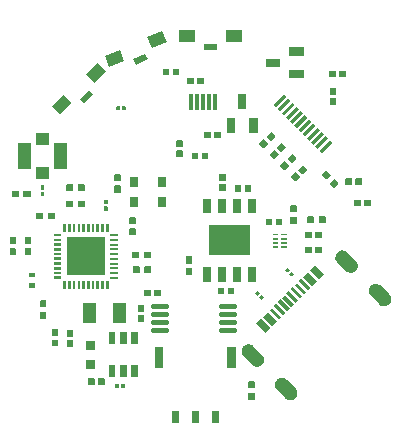
<source format=gbp>
G04 Layer: BottomPasteMaskLayer*
G04 EasyEDA v6.5.5, 2022-05-23 17:46:57*
G04 b170b76dcbfd4e769ccdd405e25ecab7,c17a8ced473b4d519dda31697e0e54b6,10*
G04 Gerber Generator version 0.2*
G04 Scale: 100 percent, Rotated: No, Reflected: No *
G04 Dimensions in inches *
G04 leading zeros omitted , absolute positions ,3 integer and 6 decimal *
%FSLAX36Y36*%
%MOIN*%

%ADD52C,0.0157*%
%ADD53R,0.0315X0.0355*%
%ADD66R,0.0262X0.0088*%
%ADD68R,0.1309X0.1309*%

%LPD*%
G36*
X-204940Y-192700D02*
G01*
X-206500Y-194280D01*
X-206500Y-213980D01*
X-204940Y-215560D01*
X-186820Y-215560D01*
X-185240Y-213980D01*
X-185240Y-194280D01*
X-186820Y-192700D01*
G37*
G36*
X-204940Y-226180D02*
G01*
X-206500Y-227760D01*
X-206500Y-247480D01*
X-204940Y-249040D01*
X-186820Y-249040D01*
X-185240Y-247480D01*
X-185240Y-227760D01*
X-186820Y-226180D01*
G37*
G36*
X-254740Y-225180D02*
G01*
X-256320Y-226759D01*
X-256320Y-246480D01*
X-254740Y-248039D01*
X-236620Y-248039D01*
X-235060Y-246480D01*
X-235060Y-226759D01*
X-236620Y-225180D01*
G37*
G36*
X-254740Y-191700D02*
G01*
X-256320Y-193280D01*
X-256320Y-212979D01*
X-254740Y-214560D01*
X-236620Y-214560D01*
X-235060Y-212979D01*
X-235060Y-193280D01*
X-236620Y-191700D01*
G37*
G36*
X541300Y1480D02*
G01*
X533620Y-6200D01*
X533620Y-7540D01*
X540960Y-14880D01*
X542300Y-14880D01*
X549980Y-7200D01*
X549980Y-5860D01*
X542640Y1480D01*
G37*
G36*
X528100Y14680D02*
G01*
X520420Y7000D01*
X520420Y5659D01*
X527760Y-1680D01*
X529100Y-1680D01*
X536780Y6000D01*
X536780Y7340D01*
X529440Y14680D01*
G37*
G36*
X428600Y-62420D02*
G01*
X420920Y-70100D01*
X420920Y-71440D01*
X428260Y-78780D01*
X429600Y-78780D01*
X437280Y-71100D01*
X437280Y-69760D01*
X429940Y-62420D01*
G37*
G36*
X441800Y-75620D02*
G01*
X434120Y-83300D01*
X434120Y-84640D01*
X441460Y-91980D01*
X442800Y-91980D01*
X450480Y-84300D01*
X450480Y-82960D01*
X443140Y-75620D01*
G37*
G36*
X31040Y-142820D02*
G01*
X29480Y-144400D01*
X29480Y-164100D01*
X31040Y-165680D01*
X49160Y-165680D01*
X50740Y-164100D01*
X50740Y-144400D01*
X49160Y-142820D01*
G37*
G36*
X31040Y-109320D02*
G01*
X29480Y-110900D01*
X29480Y-130620D01*
X31040Y-132180D01*
X49160Y-132180D01*
X50740Y-130620D01*
X50740Y-110900D01*
X49160Y-109320D01*
G37*
G36*
X574640Y-21460D02*
G01*
X566300Y-29800D01*
X596920Y-60420D01*
X605260Y-52080D01*
G37*
G36*
X560780Y-35320D02*
G01*
X552360Y-43740D01*
X582980Y-74360D01*
X591400Y-65940D01*
G37*
G36*
X546860Y-49240D02*
G01*
X538500Y-57600D01*
X569120Y-88219D01*
X577480Y-79860D01*
G37*
G36*
X532920Y-63179D02*
G01*
X524580Y-71520D01*
X555200Y-102140D01*
X563540Y-93800D01*
G37*
G36*
X519000Y-77100D02*
G01*
X510640Y-85460D01*
X541260Y-116080D01*
X549620Y-107720D01*
G37*
G36*
X505060Y-91039D02*
G01*
X496719Y-99380D01*
X527340Y-130000D01*
X535680Y-121660D01*
G37*
G36*
X491140Y-104960D02*
G01*
X482780Y-113320D01*
X513400Y-143940D01*
X521760Y-135580D01*
G37*
G36*
X477200Y-118900D02*
G01*
X468860Y-127240D01*
X499480Y-157860D01*
X507819Y-149520D01*
G37*
G36*
X619140Y23120D02*
G01*
X602380Y6360D01*
X633080Y-24360D01*
X649840Y-7580D01*
G37*
G36*
X596860Y840D02*
G01*
X580100Y-15920D01*
X610800Y-46640D01*
X627580Y-29860D01*
G37*
G36*
X463260Y-132760D02*
G01*
X446500Y-149540D01*
X477200Y-180240D01*
X493960Y-163480D01*
G37*
G36*
X441019Y-155000D02*
G01*
X424260Y-171759D01*
X454960Y-202480D01*
X471719Y-185700D01*
G37*
G36*
X510600Y-352080D02*
G01*
X507800Y-352200D01*
X505040Y-352660D01*
X503680Y-353000D01*
X501040Y-353940D01*
X498540Y-355180D01*
X496180Y-356700D01*
X494040Y-358500D01*
X492120Y-360540D01*
X490460Y-362780D01*
X489720Y-363980D01*
X488480Y-366500D01*
X487560Y-369140D01*
X487200Y-370480D01*
X486740Y-373240D01*
X486620Y-376040D01*
X486840Y-378840D01*
X487360Y-381580D01*
X488220Y-384240D01*
X489380Y-386800D01*
X490840Y-389180D01*
X492580Y-391380D01*
X521380Y-420240D01*
X523480Y-422080D01*
X525780Y-423660D01*
X528240Y-424960D01*
X530840Y-425959D01*
X533540Y-426640D01*
X536320Y-427000D01*
X539100Y-427040D01*
X541880Y-426740D01*
X544600Y-426120D01*
X547220Y-425180D01*
X549720Y-423940D01*
X552060Y-422420D01*
X554180Y-420620D01*
X556100Y-418600D01*
X557760Y-416360D01*
X559140Y-413940D01*
X560240Y-411360D01*
X561020Y-408700D01*
X561480Y-405940D01*
X561600Y-403160D01*
X561400Y-400379D01*
X560880Y-397640D01*
X560040Y-394980D01*
X558900Y-392440D01*
X557440Y-390060D01*
X555740Y-387860D01*
X526940Y-359000D01*
X524860Y-357140D01*
X522560Y-355540D01*
X520080Y-354219D01*
X517480Y-353200D01*
X514760Y-352500D01*
X512000Y-352140D01*
G37*
G36*
X399260Y-240820D02*
G01*
X396480Y-240940D01*
X393720Y-241400D01*
X391060Y-242180D01*
X388480Y-243280D01*
X386060Y-244660D01*
X383820Y-246320D01*
X381800Y-248240D01*
X380000Y-250380D01*
X378480Y-252700D01*
X377239Y-255200D01*
X376300Y-257840D01*
X375680Y-260539D01*
X375379Y-263320D01*
X375420Y-266120D01*
X375780Y-268880D01*
X376460Y-271580D01*
X377460Y-274180D01*
X378760Y-276660D01*
X380340Y-278940D01*
X382180Y-281040D01*
X411040Y-309840D01*
X413240Y-311580D01*
X415620Y-313040D01*
X418180Y-314200D01*
X420840Y-315060D01*
X423579Y-315600D01*
X426380Y-315800D01*
X429180Y-315680D01*
X431940Y-315220D01*
X433300Y-314880D01*
X435920Y-313940D01*
X438440Y-312700D01*
X440780Y-311160D01*
X442920Y-309380D01*
X444840Y-307340D01*
X446520Y-305080D01*
X447900Y-302660D01*
X449000Y-300080D01*
X449760Y-297380D01*
X450040Y-296020D01*
X450319Y-293220D01*
X450280Y-290440D01*
X449920Y-287660D01*
X449219Y-284940D01*
X448200Y-282340D01*
X446880Y-279860D01*
X445280Y-277560D01*
X443440Y-275480D01*
X414580Y-246680D01*
X412380Y-244980D01*
X409980Y-243540D01*
X407440Y-242380D01*
X404780Y-241540D01*
X402040Y-241020D01*
G37*
G36*
X823500Y-39180D02*
G01*
X820699Y-39300D01*
X817940Y-39760D01*
X815240Y-40519D01*
X812680Y-41620D01*
X810240Y-43000D01*
X808000Y-44680D01*
X806940Y-45599D01*
X805020Y-47640D01*
X803360Y-49880D01*
X802620Y-51080D01*
X801380Y-53600D01*
X800460Y-56220D01*
X800100Y-57580D01*
X799640Y-60340D01*
X799520Y-63140D01*
X799740Y-65940D01*
X800260Y-68680D01*
X801120Y-71340D01*
X802300Y-73880D01*
X803740Y-76280D01*
X805480Y-78480D01*
X834280Y-107340D01*
X836380Y-109200D01*
X838680Y-110800D01*
X841140Y-112100D01*
X842440Y-112660D01*
X845100Y-113500D01*
X846460Y-113820D01*
X849240Y-114179D01*
X852039Y-114240D01*
X854820Y-113940D01*
X856200Y-113680D01*
X858880Y-112899D01*
X861460Y-111800D01*
X863880Y-110420D01*
X866140Y-108760D01*
X868180Y-106840D01*
X869980Y-104680D01*
X871500Y-102340D01*
X872740Y-99840D01*
X873680Y-97200D01*
X874300Y-94460D01*
X874580Y-91679D01*
X874539Y-88880D01*
X874160Y-86100D01*
X873480Y-83400D01*
X872460Y-80780D01*
X871140Y-78320D01*
X869539Y-76020D01*
X867680Y-73920D01*
X838840Y-45119D01*
X836640Y-43400D01*
X834240Y-41940D01*
X831700Y-40780D01*
X830380Y-40300D01*
X827660Y-39600D01*
X824900Y-39240D01*
G37*
G36*
X712140Y72160D02*
G01*
X710740Y72140D01*
X707960Y71840D01*
X705240Y71220D01*
X702600Y70280D01*
X700100Y69040D01*
X697760Y67520D01*
X695620Y65720D01*
X694620Y64740D01*
X692840Y62600D01*
X691300Y60240D01*
X690060Y57740D01*
X689140Y55119D01*
X688780Y53760D01*
X688319Y51000D01*
X688199Y48200D01*
X688400Y45420D01*
X688620Y44040D01*
X689320Y41320D01*
X689780Y40000D01*
X690939Y37460D01*
X692400Y35080D01*
X694120Y32880D01*
X722920Y4020D01*
X725020Y2180D01*
X727320Y600D01*
X729780Y-700D01*
X732400Y-1700D01*
X735100Y-2380D01*
X737860Y-2740D01*
X740639Y-2780D01*
X743420Y-2480D01*
X746140Y-1860D01*
X747460Y-1440D01*
X750040Y-340D01*
X752460Y1040D01*
X754700Y2700D01*
X756720Y4620D01*
X758520Y6760D01*
X760040Y9100D01*
X761280Y11580D01*
X762220Y14220D01*
X762840Y16940D01*
X763120Y19700D01*
X763100Y22500D01*
X762740Y25259D01*
X762440Y26620D01*
X761580Y29280D01*
X760440Y31820D01*
X759000Y34200D01*
X758180Y35340D01*
X756340Y37420D01*
X727480Y66220D01*
X725280Y67940D01*
X724100Y68720D01*
X721640Y70020D01*
X719020Y71020D01*
X717680Y71420D01*
X714940Y71940D01*
G37*
G36*
X330700Y-53680D02*
G01*
X329120Y-55240D01*
X329120Y-73360D01*
X330700Y-74940D01*
X350400Y-74940D01*
X351980Y-73360D01*
X351980Y-55240D01*
X350400Y-53680D01*
G37*
G36*
X297200Y-53680D02*
G01*
X295620Y-55240D01*
X295620Y-73360D01*
X297200Y-74940D01*
X316900Y-74940D01*
X318480Y-73360D01*
X318480Y-55240D01*
X316900Y-53680D01*
G37*
G36*
X2540Y183200D02*
G01*
X580Y181240D01*
X580Y162340D01*
X2540Y159580D01*
X20259Y159580D01*
X22220Y162340D01*
X22220Y181240D01*
X20259Y183200D01*
G37*
G36*
X2540Y145420D02*
G01*
X580Y142660D01*
X580Y123760D01*
X2540Y121800D01*
X20259Y121800D01*
X22220Y123760D01*
X22220Y142660D01*
X20259Y145420D01*
G37*
G36*
X160159Y438500D02*
G01*
X158600Y436920D01*
X158600Y417220D01*
X160159Y415640D01*
X178280Y415640D01*
X179840Y417220D01*
X179840Y436920D01*
X178280Y438500D01*
G37*
G36*
X160159Y405020D02*
G01*
X158600Y403440D01*
X158600Y383720D01*
X160159Y382160D01*
X178280Y382160D01*
X179840Y383720D01*
X179840Y403440D01*
X178280Y405020D01*
G37*
G36*
X210420Y397760D02*
G01*
X208840Y396180D01*
X208840Y378080D01*
X210420Y376500D01*
X230120Y376500D01*
X231700Y378080D01*
X231700Y396180D01*
X230120Y397760D01*
G37*
G36*
X243900Y397760D02*
G01*
X242340Y396180D01*
X242340Y378080D01*
X243900Y376500D01*
X263620Y376500D01*
X265200Y378080D01*
X265200Y396180D01*
X263620Y397760D01*
G37*
G36*
X555480Y332800D02*
G01*
X541300Y319100D01*
X541260Y316880D01*
X553840Y303840D01*
X556060Y303800D01*
X570240Y317500D01*
X570280Y319720D01*
X557700Y332760D01*
G37*
G36*
X579580Y356060D02*
G01*
X565400Y342360D01*
X565360Y340140D01*
X577940Y327100D01*
X580160Y327060D01*
X594340Y340760D01*
X594380Y342980D01*
X581800Y356019D01*
G37*
G36*
X-25860Y-373020D02*
G01*
X-26820Y-373960D01*
X-26820Y-384840D01*
X-25860Y-385780D01*
X-15460Y-385780D01*
X-14520Y-384840D01*
X-14520Y-373960D01*
X-15460Y-373020D01*
G37*
G36*
X-44540Y-373020D02*
G01*
X-45480Y-373960D01*
X-45480Y-384840D01*
X-44540Y-385780D01*
X-34140Y-385780D01*
X-33180Y-384840D01*
X-33180Y-373960D01*
X-34140Y-373020D01*
G37*
G36*
X682120Y309660D02*
G01*
X668960Y297800D01*
X669340Y294440D01*
X681979Y280400D01*
X684760Y280260D01*
X697940Y292100D01*
X698080Y294880D01*
X685440Y308920D01*
G37*
G36*
X656840Y337740D02*
G01*
X643680Y325900D01*
X643520Y323120D01*
X656160Y309060D01*
X659479Y308340D01*
X672640Y320200D01*
X672260Y323560D01*
X659620Y337600D01*
G37*
G36*
X191360Y51540D02*
G01*
X189400Y49580D01*
X189400Y30680D01*
X191360Y27919D01*
X209080Y27919D01*
X211040Y30680D01*
X211040Y49580D01*
X209080Y51540D01*
G37*
G36*
X191360Y13740D02*
G01*
X189400Y10980D01*
X189400Y-7900D01*
X191360Y-9880D01*
X209080Y-9880D01*
X211040Y-7900D01*
X211040Y10980D01*
X209080Y13740D01*
G37*
G36*
X-168240Y237560D02*
G01*
X-171000Y235580D01*
X-171000Y217880D01*
X-168240Y215900D01*
X-149340Y215900D01*
X-147380Y217880D01*
X-147380Y235580D01*
X-149340Y237560D01*
G37*
G36*
X-206820Y237560D02*
G01*
X-208780Y235580D01*
X-208780Y217880D01*
X-206820Y215900D01*
X-187920Y215900D01*
X-185159Y217880D01*
X-185159Y235580D01*
X-187920Y237560D01*
G37*
G36*
X-268240Y197560D02*
G01*
X-271000Y195580D01*
X-271000Y177880D01*
X-268240Y175900D01*
X-249340Y175900D01*
X-247380Y177880D01*
X-247380Y195580D01*
X-249340Y197560D01*
G37*
G36*
X-306820Y197560D02*
G01*
X-308780Y195580D01*
X-308780Y177880D01*
X-306820Y175900D01*
X-287920Y175900D01*
X-285160Y177880D01*
X-285160Y195580D01*
X-287920Y197560D01*
G37*
G36*
X-345640Y79340D02*
G01*
X-347600Y76580D01*
X-347600Y57680D01*
X-345640Y55720D01*
X-327920Y55720D01*
X-325959Y57680D01*
X-325959Y76580D01*
X-327920Y79340D01*
G37*
G36*
X-345640Y117140D02*
G01*
X-347600Y115160D01*
X-347600Y96280D01*
X-345640Y93520D01*
X-327920Y93520D01*
X-325959Y96280D01*
X-325959Y115160D01*
X-327920Y117140D01*
G37*
G36*
X-47560Y326000D02*
G01*
X-49520Y324040D01*
X-49520Y305140D01*
X-47560Y302380D01*
X-29840Y302380D01*
X-27879Y305140D01*
X-27879Y324040D01*
X-29840Y326000D01*
G37*
G36*
X-47560Y288220D02*
G01*
X-49520Y285460D01*
X-49520Y266560D01*
X-47560Y264600D01*
X-29840Y264600D01*
X-27879Y266560D01*
X-27879Y285460D01*
X-29840Y288220D01*
G37*
G36*
X-294440Y-132360D02*
G01*
X-296400Y-135120D01*
X-296400Y-154020D01*
X-294440Y-155980D01*
X-276720Y-155980D01*
X-274760Y-154020D01*
X-274760Y-135120D01*
X-276720Y-132360D01*
G37*
G36*
X-294440Y-94560D02*
G01*
X-296400Y-96540D01*
X-296400Y-115420D01*
X-294440Y-118180D01*
X-276720Y-118180D01*
X-274760Y-115420D01*
X-274760Y-96540D01*
X-276720Y-94560D01*
G37*
G36*
X399640Y-402380D02*
G01*
X397680Y-405140D01*
X397680Y-424040D01*
X399640Y-426019D01*
X417360Y-426019D01*
X419320Y-424040D01*
X419320Y-405140D01*
X417360Y-402380D01*
G37*
G36*
X399640Y-364600D02*
G01*
X397680Y-366560D01*
X397680Y-385460D01*
X399640Y-388220D01*
X417360Y-388220D01*
X419320Y-385460D01*
X419320Y-366560D01*
X417360Y-364600D01*
G37*
G36*
X51760Y67560D02*
G01*
X49000Y65580D01*
X49000Y47880D01*
X51760Y45900D01*
X70660Y45900D01*
X72620Y47880D01*
X72620Y65580D01*
X70660Y67560D01*
G37*
G36*
X13180Y67560D02*
G01*
X11220Y65580D01*
X11220Y47880D01*
X13180Y45900D01*
X32080Y45900D01*
X34840Y47880D01*
X34840Y65580D01*
X32080Y67560D01*
G37*
G36*
X53160Y19260D02*
G01*
X50400Y17280D01*
X50400Y-420D01*
X53160Y-2400D01*
X72060Y-2400D01*
X74040Y-420D01*
X74040Y17280D01*
X72060Y19260D01*
G37*
G36*
X14580Y19260D02*
G01*
X12620Y17280D01*
X12620Y-420D01*
X14580Y-2400D01*
X33480Y-2400D01*
X36240Y-420D01*
X36240Y17280D01*
X33480Y19260D01*
G37*
G36*
X-82640Y218920D02*
G01*
X-83580Y217960D01*
X-83580Y205000D01*
X-82640Y204060D01*
X-71760Y204060D01*
X-70820Y205000D01*
X-70820Y217960D01*
X-71760Y218920D01*
G37*
G36*
X-82640Y240140D02*
G01*
X-83580Y239200D01*
X-83580Y226240D01*
X-82640Y225280D01*
X-71760Y225280D01*
X-70820Y226240D01*
X-70820Y239200D01*
X-71760Y240140D01*
G37*
G36*
X-102120Y-353980D02*
G01*
X-103680Y-355540D01*
X-103680Y-373660D01*
X-102120Y-375240D01*
X-82400Y-375240D01*
X-80820Y-373660D01*
X-80820Y-355540D01*
X-82400Y-353980D01*
G37*
G36*
X-135600Y-353980D02*
G01*
X-137180Y-355540D01*
X-137180Y-373660D01*
X-135600Y-375240D01*
X-115879Y-375240D01*
X-114320Y-373660D01*
X-114320Y-355540D01*
X-115879Y-353980D01*
G37*
G36*
X302360Y327200D02*
G01*
X300780Y325620D01*
X300780Y305920D01*
X302360Y304340D01*
X320480Y304340D01*
X322040Y305920D01*
X322040Y325620D01*
X320480Y327200D01*
G37*
G36*
X302360Y293720D02*
G01*
X300780Y292140D01*
X300780Y272420D01*
X302360Y270860D01*
X320480Y270860D01*
X322040Y272420D01*
X322040Y292140D01*
X320480Y293720D01*
G37*
G36*
X387299Y289060D02*
G01*
X385740Y287480D01*
X385740Y269380D01*
X387299Y267800D01*
X407020Y267800D01*
X408600Y269380D01*
X408600Y287480D01*
X407020Y289060D01*
G37*
G36*
X353820Y289060D02*
G01*
X352239Y287480D01*
X352239Y269380D01*
X353820Y267800D01*
X373540Y267800D01*
X375100Y269380D01*
X375100Y287480D01*
X373540Y289060D01*
G37*
G36*
X753000Y241420D02*
G01*
X751420Y239860D01*
X751420Y221740D01*
X753000Y220159D01*
X772700Y220159D01*
X774280Y221740D01*
X774280Y239860D01*
X772700Y241420D01*
G37*
G36*
X786500Y241420D02*
G01*
X784920Y239860D01*
X784920Y221740D01*
X786500Y220159D01*
X806200Y220159D01*
X807780Y221740D01*
X807780Y239860D01*
X806200Y241420D01*
G37*
G36*
X-168260Y291520D02*
G01*
X-171020Y289560D01*
X-171020Y271840D01*
X-168260Y269880D01*
X-149360Y269880D01*
X-147380Y271840D01*
X-147380Y289560D01*
X-149360Y291520D01*
G37*
G36*
X-206840Y291520D02*
G01*
X-208800Y289560D01*
X-208800Y271840D01*
X-206840Y269880D01*
X-187940Y269880D01*
X-185180Y271840D01*
X-185180Y289560D01*
X-187940Y291520D01*
G37*
G36*
X-395840Y79640D02*
G01*
X-397800Y76880D01*
X-397800Y57980D01*
X-395840Y56020D01*
X-378120Y56020D01*
X-376160Y57980D01*
X-376160Y76880D01*
X-378120Y79640D01*
G37*
G36*
X-395840Y117440D02*
G01*
X-397800Y115460D01*
X-397800Y96580D01*
X-395840Y93820D01*
X-378120Y93820D01*
X-376160Y96580D01*
X-376160Y115460D01*
X-378120Y117440D01*
G37*
G36*
X-293520Y288780D02*
G01*
X-294460Y287840D01*
X-294460Y274860D01*
X-293520Y273920D01*
X-282640Y273920D01*
X-281700Y274860D01*
X-281700Y287840D01*
X-282640Y288780D01*
G37*
G36*
X-293520Y267540D02*
G01*
X-294460Y266600D01*
X-294460Y253619D01*
X-293520Y252680D01*
X-282640Y252680D01*
X-281700Y253619D01*
X-281700Y266600D01*
X-282640Y267540D01*
G37*
G36*
X473180Y465460D02*
G01*
X459000Y451760D01*
X458960Y449540D01*
X471540Y436500D01*
X473760Y436460D01*
X487939Y450160D01*
X487980Y452380D01*
X475400Y465420D01*
G37*
G36*
X449080Y442180D02*
G01*
X434900Y428500D01*
X434860Y426280D01*
X447440Y413240D01*
X449660Y413200D01*
X463840Y426900D01*
X463880Y429120D01*
X451300Y442160D01*
G37*
G36*
X-348760Y271320D02*
G01*
X-351520Y269360D01*
X-351520Y251640D01*
X-348760Y249680D01*
X-329860Y249680D01*
X-327879Y251640D01*
X-327879Y269360D01*
X-329860Y271320D01*
G37*
G36*
X-387340Y271320D02*
G01*
X-389300Y269360D01*
X-389300Y251640D01*
X-387340Y249680D01*
X-368440Y249680D01*
X-365680Y251640D01*
X-365680Y269360D01*
X-368440Y271320D01*
G37*
G36*
X543460Y392960D02*
G01*
X529300Y379260D01*
X529260Y377040D01*
X541840Y364000D01*
X544060Y363960D01*
X558240Y377660D01*
X558280Y379880D01*
X545700Y392920D01*
G37*
G36*
X519380Y369700D02*
G01*
X505200Y356000D01*
X505160Y353780D01*
X517740Y340740D01*
X519980Y340700D01*
X534140Y354400D01*
X534180Y356620D01*
X521599Y369660D01*
G37*
G36*
X508060Y429260D02*
G01*
X493900Y415560D01*
X493860Y413340D01*
X506440Y400300D01*
X508660Y400260D01*
X522840Y413960D01*
X522879Y416180D01*
X510300Y429219D01*
G37*
G36*
X483980Y405980D02*
G01*
X469799Y392299D01*
X469760Y390080D01*
X482340Y377040D01*
X484580Y377000D01*
X498740Y390700D01*
X498780Y392920D01*
X486200Y405959D01*
G37*
G36*
X285780Y466620D02*
G01*
X284220Y465060D01*
X284220Y446940D01*
X285780Y445360D01*
X305500Y445360D01*
X307080Y446940D01*
X307080Y465060D01*
X305500Y466620D01*
G37*
G36*
X252300Y466620D02*
G01*
X250720Y465060D01*
X250720Y446940D01*
X252300Y445360D01*
X272020Y445360D01*
X273580Y446940D01*
X273580Y465060D01*
X272020Y466620D01*
G37*
G36*
X113900Y676919D02*
G01*
X112320Y675360D01*
X112320Y657240D01*
X113900Y655660D01*
X133600Y655660D01*
X135180Y657240D01*
X135180Y675360D01*
X133600Y676919D01*
G37*
G36*
X147380Y676919D02*
G01*
X145820Y675360D01*
X145820Y657240D01*
X147380Y655660D01*
X167100Y655660D01*
X168680Y657240D01*
X168680Y675360D01*
X167100Y676919D01*
G37*
G36*
X634940Y185219D02*
G01*
X632180Y183260D01*
X632180Y165539D01*
X634940Y163580D01*
X653840Y163580D01*
X655819Y165539D01*
X655819Y183260D01*
X653840Y185219D01*
G37*
G36*
X596360Y185219D02*
G01*
X594400Y183260D01*
X594400Y165539D01*
X596360Y163580D01*
X615260Y163580D01*
X618020Y165539D01*
X618020Y183260D01*
X615260Y185219D01*
G37*
G36*
X540140Y184520D02*
G01*
X538180Y181759D01*
X538180Y162860D01*
X540140Y160880D01*
X557860Y160880D01*
X559820Y162860D01*
X559820Y181759D01*
X557860Y184520D01*
G37*
G36*
X540140Y222300D02*
G01*
X538180Y220340D01*
X538180Y201439D01*
X540140Y198680D01*
X557860Y198680D01*
X559820Y201439D01*
X559820Y220340D01*
X557860Y222300D01*
G37*
G36*
X588700Y133820D02*
G01*
X587120Y132260D01*
X587120Y114140D01*
X588700Y112560D01*
X608420Y112560D01*
X609980Y114140D01*
X609980Y132260D01*
X608420Y133820D01*
G37*
G36*
X622200Y133820D02*
G01*
X620620Y132260D01*
X620620Y114140D01*
X622200Y112560D01*
X641900Y112560D01*
X643480Y114140D01*
X643480Y132260D01*
X641900Y133820D01*
G37*
G36*
X621000Y83320D02*
G01*
X619420Y81760D01*
X619420Y63640D01*
X621000Y62060D01*
X640699Y62060D01*
X642280Y63640D01*
X642280Y81760D01*
X640699Y83320D01*
G37*
G36*
X587500Y83320D02*
G01*
X585920Y81760D01*
X585920Y63640D01*
X587500Y62060D01*
X607220Y62060D01*
X608780Y63640D01*
X608780Y81760D01*
X607220Y83320D01*
G37*
G36*
X-22559Y551680D02*
G01*
X-23520Y550740D01*
X-23520Y539860D01*
X-22559Y538920D01*
X-12160Y538920D01*
X-11220Y539860D01*
X-11220Y550740D01*
X-12160Y551680D01*
G37*
G36*
X-41240Y551680D02*
G01*
X-42180Y550740D01*
X-42180Y539860D01*
X-41240Y538920D01*
X-30840Y538920D01*
X-29880Y539860D01*
X-29880Y550740D01*
X-30840Y551680D01*
G37*
G36*
X457100Y177020D02*
G01*
X455520Y175460D01*
X455520Y157340D01*
X457100Y155760D01*
X476800Y155760D01*
X478380Y157340D01*
X478380Y175460D01*
X476800Y177020D01*
G37*
G36*
X490600Y177020D02*
G01*
X489020Y175460D01*
X489020Y157340D01*
X490600Y155760D01*
X510300Y155760D01*
X511880Y157340D01*
X511880Y175460D01*
X510300Y177020D01*
G37*
G36*
X52100Y-58680D02*
G01*
X50519Y-60240D01*
X50519Y-78360D01*
X52100Y-79940D01*
X71800Y-79940D01*
X73380Y-78360D01*
X73380Y-60240D01*
X71800Y-58680D01*
G37*
G36*
X85600Y-58680D02*
G01*
X84019Y-60240D01*
X84019Y-78360D01*
X85600Y-79940D01*
X105300Y-79940D01*
X106880Y-78360D01*
X106880Y-60240D01*
X105300Y-58680D01*
G37*
G36*
X196700Y646820D02*
G01*
X195120Y645260D01*
X195120Y627140D01*
X196700Y625560D01*
X216400Y625560D01*
X217979Y627140D01*
X217979Y645260D01*
X216400Y646820D01*
G37*
G36*
X230200Y646820D02*
G01*
X228619Y645260D01*
X228619Y627140D01*
X230200Y625560D01*
X249899Y625560D01*
X251480Y627140D01*
X251480Y645260D01*
X249899Y646820D01*
G37*
G36*
X722400Y312520D02*
G01*
X720819Y310960D01*
X720819Y292840D01*
X722400Y291260D01*
X742120Y291260D01*
X743680Y292840D01*
X743680Y310960D01*
X742120Y312520D01*
G37*
G36*
X755879Y312520D02*
G01*
X754320Y310960D01*
X754320Y292840D01*
X755879Y291260D01*
X775600Y291260D01*
X777180Y292840D01*
X777180Y310960D01*
X775600Y312520D01*
G37*
G36*
X672240Y613580D02*
G01*
X670680Y612000D01*
X670680Y592280D01*
X672240Y590720D01*
X690360Y590720D01*
X691940Y592280D01*
X691940Y612000D01*
X690360Y613580D01*
G37*
G36*
X672240Y580080D02*
G01*
X670680Y578500D01*
X670680Y558800D01*
X672240Y557220D01*
X690360Y557220D01*
X691940Y558800D01*
X691940Y578500D01*
X690360Y580080D01*
G37*
G36*
X701000Y670520D02*
G01*
X699419Y668960D01*
X699419Y650840D01*
X701000Y649260D01*
X720699Y649260D01*
X722280Y650840D01*
X722280Y668960D01*
X720699Y670520D01*
G37*
G36*
X667500Y670520D02*
G01*
X665920Y668960D01*
X665920Y650840D01*
X667500Y649260D01*
X687220Y649260D01*
X688780Y650840D01*
X688780Y668960D01*
X687220Y670520D01*
G37*
D52*
X79997Y-191970D02*
G01*
X123303Y-191970D01*
X79997Y-166370D02*
G01*
X123303Y-166370D01*
X79997Y-140770D02*
G01*
X123303Y-140770D01*
X79997Y-115170D02*
G01*
X123303Y-115170D01*
X308335Y-191970D02*
G01*
X351643Y-191970D01*
X308335Y-166370D02*
G01*
X351643Y-166370D01*
X308335Y-140770D02*
G01*
X351643Y-140770D01*
X308335Y-115170D02*
G01*
X351643Y-115170D01*
D53*
G01*
X18100Y300399D03*
G01*
X109420Y298549D03*
G01*
X110200Y232099D03*
G01*
X16599Y231799D03*
G36*
X481746Y557818D02*
G01*
X490097Y549466D01*
X524895Y584265D01*
X516544Y592616D01*
G37*
G36*
X495664Y543899D02*
G01*
X504017Y535547D01*
X538815Y570345D01*
X530462Y578697D01*
G37*
G36*
X509584Y529980D02*
G01*
X517937Y521627D01*
X552735Y556425D01*
X544382Y564778D01*
G37*
G36*
X523504Y516061D02*
G01*
X531855Y507708D01*
X566653Y542506D01*
X558302Y550858D01*
G37*
G36*
X537424Y502141D02*
G01*
X545775Y493789D01*
X580573Y528587D01*
X572220Y536939D01*
G37*
G36*
X551342Y488221D02*
G01*
X559695Y479871D01*
X594493Y514667D01*
X586140Y523020D01*
G37*
G36*
X565262Y474302D02*
G01*
X573614Y465950D01*
X608413Y500748D01*
X600060Y509102D01*
G37*
G36*
X579182Y460384D02*
G01*
X587533Y452030D01*
X622331Y486829D01*
X613980Y495181D01*
G37*
G36*
X593100Y446463D02*
G01*
X601453Y438111D01*
X636252Y472909D01*
X627898Y481261D01*
G37*
G36*
X607020Y432544D02*
G01*
X615372Y424191D01*
X650171Y458990D01*
X641818Y467342D01*
G37*
G36*
X620940Y418625D02*
G01*
X629291Y410272D01*
X664089Y445071D01*
X655738Y453424D01*
G37*
G36*
X634858Y404706D02*
G01*
X643212Y396353D01*
X678010Y431151D01*
X669656Y439503D01*
G37*
G36*
X292906Y591690D02*
G01*
X281094Y591690D01*
X281094Y540508D01*
X292906Y540508D01*
G37*
G36*
X272906Y591690D02*
G01*
X261094Y591690D01*
X261094Y540508D01*
X272906Y540508D01*
G37*
G36*
X252906Y591690D02*
G01*
X241094Y591690D01*
X241094Y540508D01*
X252906Y540508D01*
G37*
G36*
X232906Y591690D02*
G01*
X221094Y591690D01*
X221094Y540508D01*
X232906Y540508D01*
G37*
G36*
X212906Y591690D02*
G01*
X201094Y591690D01*
X201094Y540508D01*
X212906Y540508D01*
G37*
G36*
X142280Y-464875D02*
G01*
X142280Y-504245D01*
X165900Y-504245D01*
X165900Y-464875D01*
G37*
G36*
X209210Y-464875D02*
G01*
X209210Y-504245D01*
X232830Y-504245D01*
X232830Y-464875D01*
G37*
G36*
X276139Y-464875D02*
G01*
X276139Y-504245D01*
X299759Y-504245D01*
X299759Y-464875D01*
G37*
G36*
X86180Y-250314D02*
G01*
X86180Y-321185D01*
X113739Y-321185D01*
X113739Y-250314D01*
G37*
G36*
X328299Y-250314D02*
G01*
X328299Y-321185D01*
X355860Y-321185D01*
X355860Y-250314D01*
G37*
G36*
X-110708Y-104305D02*
G01*
X-110708Y-171234D01*
X-152046Y-171234D01*
X-152046Y-104305D01*
G37*
G36*
X-51652Y-104305D02*
G01*
X-51652Y-171234D01*
X-10313Y-171234D01*
X-10313Y-104305D01*
G37*
G36*
X401840Y512865D02*
G01*
X401840Y463653D01*
X429399Y463653D01*
X429399Y512865D01*
G37*
G36*
X327040Y512865D02*
G01*
X327040Y463653D01*
X354600Y463653D01*
X354600Y512865D01*
G37*
G36*
X364440Y591605D02*
G01*
X364440Y542393D01*
X391999Y542393D01*
X391999Y591605D01*
G37*
G36*
X-312253Y-38112D02*
G01*
X-333906Y-38112D01*
X-333906Y-53860D01*
X-312253Y-53860D01*
G37*
G36*
X-312253Y-2679D02*
G01*
X-333906Y-2679D01*
X-333906Y-18427D01*
X-312253Y-18427D01*
G37*
G36*
X-111395Y-230043D02*
G01*
X-142890Y-230043D01*
X-142890Y-261539D01*
X-111395Y-261539D01*
G37*
G36*
X-111670Y-292996D02*
G01*
X-143167Y-292996D01*
X-143167Y-324492D01*
X-111670Y-324492D01*
G37*
G36*
X-207371Y343426D02*
G01*
X-207371Y430040D01*
X-250677Y430040D01*
X-250677Y343426D01*
G37*
G36*
X-267411Y462515D02*
G01*
X-308750Y462515D01*
X-308750Y423145D01*
X-267411Y423145D01*
G37*
G36*
X-325482Y343425D02*
G01*
X-325482Y430039D01*
X-368788Y430039D01*
X-368788Y343425D01*
G37*
G36*
X-267411Y350313D02*
G01*
X-308750Y350313D01*
X-308750Y310943D01*
X-267411Y310943D01*
G37*
D66*
G01*
X-48299Y122599D03*
G01*
X-48299Y106849D03*
G01*
X-48299Y91099D03*
G01*
X-48299Y75349D03*
G01*
X-48299Y59599D03*
G01*
X-48299Y43859D03*
G01*
X-48299Y28109D03*
G01*
X-48299Y12359D03*
G01*
X-48299Y-3390D03*
G01*
X-48299Y-19140D03*
G36*
X-67803Y-56143D02*
G01*
X-76622Y-56143D01*
X-76622Y-29963D01*
X-67803Y-29963D01*
G37*
G36*
X-83551Y-56143D02*
G01*
X-92371Y-56143D01*
X-92371Y-29963D01*
X-83551Y-29963D01*
G37*
G36*
X-99300Y-56143D02*
G01*
X-108118Y-56143D01*
X-108118Y-29963D01*
X-99300Y-29963D01*
G37*
G36*
X-115048Y-56143D02*
G01*
X-123867Y-56143D01*
X-123867Y-29963D01*
X-115048Y-29963D01*
G37*
G36*
X-130797Y-56143D02*
G01*
X-139615Y-56143D01*
X-139615Y-29963D01*
X-130797Y-29963D01*
G37*
G36*
X-146544Y-56143D02*
G01*
X-155362Y-56143D01*
X-155362Y-29963D01*
X-146544Y-29963D01*
G37*
G36*
X-162292Y-56143D02*
G01*
X-171111Y-56143D01*
X-171111Y-29963D01*
X-162292Y-29963D01*
G37*
G36*
X-178041Y-56143D02*
G01*
X-186859Y-56143D01*
X-186859Y-29963D01*
X-178041Y-29963D01*
G37*
G36*
X-193788Y-56143D02*
G01*
X-202608Y-56143D01*
X-202608Y-29963D01*
X-193788Y-29963D01*
G37*
G36*
X-209537Y-56143D02*
G01*
X-218356Y-56143D01*
X-218356Y-29963D01*
X-209537Y-29963D01*
G37*
G36*
X-250954Y-14727D02*
G01*
X-224772Y-14727D01*
X-224772Y-23546D01*
X-250954Y-23546D01*
G37*
G36*
X-250954Y1020D02*
G01*
X-224772Y1020D01*
X-224772Y-7798D01*
X-250954Y-7798D01*
G37*
G36*
X-250954Y16768D02*
G01*
X-224772Y16768D01*
X-224772Y7950D01*
X-250954Y7950D01*
G37*
G36*
X-250954Y32516D02*
G01*
X-224772Y32516D01*
X-224772Y23698D01*
X-250954Y23698D01*
G37*
G36*
X-250954Y48264D02*
G01*
X-224772Y48264D01*
X-224772Y39446D01*
X-250954Y39446D01*
G37*
G36*
X-250954Y64012D02*
G01*
X-224772Y64012D01*
X-224772Y55194D01*
X-250954Y55194D01*
G37*
G36*
X-250954Y79760D02*
G01*
X-224772Y79760D01*
X-224772Y70942D01*
X-250954Y70942D01*
G37*
G36*
X-250954Y95509D02*
G01*
X-224772Y95509D01*
X-224772Y86690D01*
X-250954Y86690D01*
G37*
G36*
X-250954Y111258D02*
G01*
X-224772Y111258D01*
X-224772Y102438D01*
X-250954Y102438D01*
G37*
G36*
X-250954Y127005D02*
G01*
X-224772Y127005D01*
X-224772Y118186D01*
X-250954Y118186D01*
G37*
G36*
X-209537Y133422D02*
G01*
X-218356Y133422D01*
X-218356Y159603D01*
X-209537Y159603D01*
G37*
G36*
X-193788Y133422D02*
G01*
X-202608Y133422D01*
X-202608Y159603D01*
X-193788Y159603D01*
G37*
G36*
X-178041Y133422D02*
G01*
X-186859Y133422D01*
X-186859Y159603D01*
X-178041Y159603D01*
G37*
G36*
X-162292Y133422D02*
G01*
X-171111Y133422D01*
X-171111Y159603D01*
X-162292Y159603D01*
G37*
G36*
X-146544Y133422D02*
G01*
X-155362Y133422D01*
X-155362Y159603D01*
X-146544Y159603D01*
G37*
G36*
X-130797Y133422D02*
G01*
X-139615Y133422D01*
X-139615Y159603D01*
X-130797Y159603D01*
G37*
G36*
X-115048Y133422D02*
G01*
X-123867Y133422D01*
X-123867Y159603D01*
X-115048Y159603D01*
G37*
G36*
X-99300Y133422D02*
G01*
X-108118Y133422D01*
X-108118Y159603D01*
X-99300Y159603D01*
G37*
G36*
X-83551Y133422D02*
G01*
X-92371Y133422D01*
X-92371Y159603D01*
X-83551Y159603D01*
G37*
G36*
X-67803Y133422D02*
G01*
X-76622Y133422D01*
X-76622Y159603D01*
X-67803Y159603D01*
G37*
D68*
G01*
X-143079Y51729D03*
G36*
X29449Y-239536D02*
G01*
X29449Y-200166D01*
X7795Y-200166D01*
X7795Y-239536D01*
G37*
G36*
X-7950Y-239536D02*
G01*
X-7950Y-200166D01*
X-29603Y-200166D01*
X-29603Y-239536D01*
G37*
G36*
X-45349Y-239536D02*
G01*
X-45349Y-200166D01*
X-67003Y-200166D01*
X-67003Y-239536D01*
G37*
G36*
X-45349Y-349776D02*
G01*
X-45349Y-310406D01*
X-67003Y-310406D01*
X-67003Y-349776D01*
G37*
G36*
X-7950Y-349776D02*
G01*
X-7950Y-310406D01*
X-29603Y-310406D01*
X-29603Y-349776D01*
G37*
G36*
X29449Y-349776D02*
G01*
X29449Y-310406D01*
X7795Y-310406D01*
X7795Y-349776D01*
G37*
G36*
X248608Y196907D02*
G01*
X272231Y196907D01*
X272231Y244151D01*
X248608Y244151D01*
G37*
G36*
X298608Y196907D02*
G01*
X322231Y196907D01*
X322231Y244151D01*
X298608Y244151D01*
G37*
G36*
X348608Y196907D02*
G01*
X372231Y196907D01*
X372231Y244151D01*
X348608Y244151D01*
G37*
G36*
X398608Y196907D02*
G01*
X422231Y196907D01*
X422231Y244151D01*
X398608Y244151D01*
G37*
G36*
X398608Y-32091D02*
G01*
X422231Y-32091D01*
X422231Y15152D01*
X398608Y15152D01*
G37*
G36*
X348608Y-32091D02*
G01*
X372231Y-32091D01*
X372231Y15152D01*
X348608Y15152D01*
G37*
G36*
X298608Y-32091D02*
G01*
X322231Y-32091D01*
X322231Y15152D01*
X298608Y15152D01*
G37*
G36*
X248608Y-32091D02*
G01*
X272231Y-32091D01*
X272231Y15152D01*
X248608Y15152D01*
G37*
G36*
X404319Y155240D02*
G01*
X266520Y155240D01*
X266520Y56819D01*
X404319Y56819D01*
G37*
G36*
X-81013Y718256D02*
G01*
X-65000Y682289D01*
X-14646Y704707D01*
X-30661Y740675D01*
G37*
G36*
X61054Y781507D02*
G01*
X77069Y745541D01*
X127421Y767959D01*
X111408Y803925D01*
G37*
G36*
X14630Y709123D02*
G01*
X22637Y691140D01*
X62202Y708754D01*
X54194Y726739D01*
G37*
G36*
X166784Y805557D02*
G01*
X166784Y766187D01*
X221903Y766187D01*
X221903Y805557D01*
G37*
G36*
X322296Y805556D02*
G01*
X322296Y766186D01*
X377415Y766186D01*
X377415Y805556D01*
G37*
G36*
X250446Y758312D02*
G01*
X250446Y738627D01*
X293753Y738627D01*
X293753Y758312D01*
G37*
G36*
X-256563Y553853D02*
G01*
X-229714Y525060D01*
X-189402Y562649D01*
X-216252Y591444D01*
G37*
G36*
X-142829Y659913D02*
G01*
X-115978Y631118D01*
X-75667Y668707D01*
X-102518Y697501D01*
G37*
G36*
X-163155Y576357D02*
G01*
X-149732Y561961D01*
X-118058Y591495D01*
X-131482Y605893D01*
G37*
G36*
X508041Y127552D02*
G01*
X508041Y121646D01*
X525757Y121646D01*
X525757Y127552D01*
G37*
G36*
X508041Y113772D02*
G01*
X508041Y107866D01*
X525757Y107866D01*
X525757Y113772D01*
G37*
G36*
X508041Y99992D02*
G01*
X508041Y94086D01*
X525757Y94086D01*
X525757Y99992D01*
G37*
G36*
X508041Y86212D02*
G01*
X508041Y80306D01*
X525757Y80306D01*
X525757Y86212D01*
G37*
G36*
X480482Y86212D02*
G01*
X480482Y80306D01*
X498198Y80306D01*
X498198Y86212D01*
G37*
G36*
X480482Y99992D02*
G01*
X480482Y94086D01*
X498198Y94086D01*
X498198Y99992D01*
G37*
G36*
X480482Y113772D02*
G01*
X480482Y107866D01*
X498198Y107866D01*
X498198Y113772D01*
G37*
G36*
X480482Y127552D02*
G01*
X480482Y121646D01*
X498198Y121646D01*
X498198Y127552D01*
G37*
G36*
X534564Y720919D02*
G01*
X583775Y720919D01*
X583775Y748479D01*
X534564Y748479D01*
G37*
G36*
X534564Y646121D02*
G01*
X583775Y646121D01*
X583775Y673679D01*
X534564Y673679D01*
G37*
G36*
X455824Y683520D02*
G01*
X505036Y683520D01*
X505036Y711079D01*
X455824Y711079D01*
G37*
M02*

</source>
